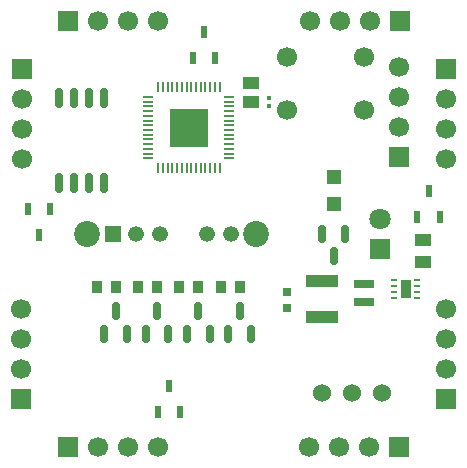
<source format=gbr>
%TF.GenerationSoftware,KiCad,Pcbnew,9.0.6*%
%TF.CreationDate,2025-12-07T19:24:30-08:00*%
%TF.ProjectId,redstone_repeater,72656473-746f-46e6-955f-726570656174,rev?*%
%TF.SameCoordinates,Original*%
%TF.FileFunction,Soldermask,Top*%
%TF.FilePolarity,Negative*%
%FSLAX46Y46*%
G04 Gerber Fmt 4.6, Leading zero omitted, Abs format (unit mm)*
G04 Created by KiCad (PCBNEW 9.0.6) date 2025-12-07 19:24:30*
%MOMM*%
%LPD*%
G01*
G04 APERTURE LIST*
G04 Aperture macros list*
%AMRoundRect*
0 Rectangle with rounded corners*
0 $1 Rounding radius*
0 $2 $3 $4 $5 $6 $7 $8 $9 X,Y pos of 4 corners*
0 Add a 4 corners polygon primitive as box body*
4,1,4,$2,$3,$4,$5,$6,$7,$8,$9,$2,$3,0*
0 Add four circle primitives for the rounded corners*
1,1,$1+$1,$2,$3*
1,1,$1+$1,$4,$5*
1,1,$1+$1,$6,$7*
1,1,$1+$1,$8,$9*
0 Add four rect primitives between the rounded corners*
20,1,$1+$1,$2,$3,$4,$5,0*
20,1,$1+$1,$4,$5,$6,$7,0*
20,1,$1+$1,$6,$7,$8,$9,0*
20,1,$1+$1,$8,$9,$2,$3,0*%
G04 Aperture macros list end*
%ADD10C,1.524000*%
%ADD11RoundRect,0.150000X0.150000X-0.587500X0.150000X0.587500X-0.150000X0.587500X-0.150000X-0.587500X0*%
%ADD12R,0.950000X1.000000*%
%ADD13RoundRect,0.150000X-0.150000X0.587500X-0.150000X-0.587500X0.150000X-0.587500X0.150000X0.587500X0*%
%ADD14C,1.700000*%
%ADD15R,1.337000X1.337000*%
%ADD16C,1.337000*%
%ADD17C,2.190000*%
%ADD18RoundRect,0.062500X0.187500X0.062500X-0.187500X0.062500X-0.187500X-0.062500X0.187500X-0.062500X0*%
%ADD19R,0.900000X1.600000*%
%ADD20R,1.700000X1.700000*%
%ADD21R,0.420000X0.460000*%
%ADD22R,1.800000X0.800000*%
%ADD23R,0.600000X1.100000*%
%ADD24R,0.700000X0.650000*%
%ADD25R,1.450000X1.000000*%
%ADD26R,2.700000X1.100000*%
%ADD27RoundRect,0.162500X0.162500X-0.650000X0.162500X0.650000X-0.162500X0.650000X-0.162500X-0.650000X0*%
%ADD28RoundRect,0.050000X0.050000X-0.387500X0.050000X0.387500X-0.050000X0.387500X-0.050000X-0.387500X0*%
%ADD29RoundRect,0.050000X0.387500X-0.050000X0.387500X0.050000X-0.387500X0.050000X-0.387500X-0.050000X0*%
%ADD30R,3.200000X3.200000*%
%ADD31R,1.470000X1.020000*%
%ADD32R,1.800000X1.800000*%
%ADD33C,1.800000*%
%ADD34R,1.250000X1.150000*%
G04 APERTURE END LIST*
D10*
%TO.C,U2*%
X192580000Y-68500000D03*
X190040000Y-68500000D03*
X187500000Y-68500000D03*
%TD*%
D11*
%TO.C,Q4*%
X179550000Y-63437500D03*
X181450000Y-63437500D03*
X180500000Y-61562500D03*
%TD*%
D12*
%TO.C,D3*%
X177000000Y-59500000D03*
X175400000Y-59500000D03*
%TD*%
D13*
%TO.C,Q5*%
X189400000Y-55000000D03*
X187500000Y-55000000D03*
X188450000Y-56875000D03*
%TD*%
D14*
%TO.C,SW1*%
X184500000Y-40000000D03*
X191000000Y-40000000D03*
X184500000Y-44500000D03*
X191000000Y-44500000D03*
%TD*%
D15*
%TO.C,S1*%
X169753508Y-55000000D03*
D16*
X171753508Y-55000000D03*
X173753508Y-55000000D03*
X177753508Y-55000000D03*
X179753508Y-55000000D03*
D17*
X167603508Y-55000000D03*
X181903508Y-55000000D03*
%TD*%
D18*
%TO.C,U3*%
X195500000Y-60413863D03*
X195500000Y-59913863D03*
X195500000Y-59413863D03*
X195500000Y-58913863D03*
X193600000Y-58913863D03*
X193600000Y-59413863D03*
X193600000Y-59913863D03*
X193600000Y-60413863D03*
D19*
X194550000Y-59663863D03*
%TD*%
D20*
%TO.C,J9*%
X194000000Y-48500000D03*
D14*
X194000000Y-45960000D03*
X194000000Y-43420000D03*
X194000000Y-40880000D03*
%TD*%
D21*
%TO.C,C7*%
X183000000Y-44160000D03*
X183000000Y-43500000D03*
%TD*%
D20*
%TO.C,J8*%
X162000000Y-69000000D03*
D14*
X162000000Y-66460000D03*
X162000000Y-63920000D03*
X162000000Y-61380000D03*
%TD*%
D12*
%TO.C,D4*%
X180500000Y-59500000D03*
X178900000Y-59500000D03*
%TD*%
D20*
%TO.C,J4*%
X197975000Y-69000000D03*
D14*
X197975000Y-66460000D03*
X197975000Y-63920000D03*
X197975000Y-61380000D03*
%TD*%
D22*
%TO.C,L1*%
X191000000Y-59200000D03*
X191000000Y-60800000D03*
%TD*%
D23*
%TO.C,D18*%
X195550000Y-53550000D03*
X197450000Y-53550000D03*
X196500000Y-51350000D03*
%TD*%
D12*
%TO.C,D1*%
X170000000Y-59500000D03*
X168400000Y-59500000D03*
%TD*%
D11*
%TO.C,Q1*%
X169050000Y-63437500D03*
X170950000Y-63437500D03*
X170000000Y-61562500D03*
%TD*%
D20*
%TO.C,J1*%
X165975000Y-37000000D03*
D14*
X168515000Y-37000000D03*
X171055000Y-37000000D03*
X173595000Y-37000000D03*
%TD*%
D24*
%TO.C,C5*%
X184500000Y-59913863D03*
X184500000Y-61263863D03*
%TD*%
D25*
%TO.C,R10*%
X196000000Y-57400000D03*
X196000000Y-55500000D03*
%TD*%
D26*
%TO.C,R17*%
X187500000Y-59000000D03*
X187500000Y-62000000D03*
%TD*%
D20*
%TO.C,J2*%
X194095000Y-37000000D03*
D14*
X191555000Y-37000000D03*
X189015000Y-37000000D03*
X186475000Y-37000000D03*
%TD*%
D23*
%TO.C,D21*%
X164450000Y-52900000D03*
X162550000Y-52900000D03*
X163500000Y-55100000D03*
%TD*%
D12*
%TO.C,D2*%
X173500000Y-59500000D03*
X171900000Y-59500000D03*
%TD*%
D11*
%TO.C,Q2*%
X172550000Y-63437500D03*
X174450000Y-63437500D03*
X173500000Y-61562500D03*
%TD*%
D27*
%TO.C,U5*%
X165194999Y-50650000D03*
X166464999Y-50650000D03*
X167734999Y-50650000D03*
X169004999Y-50650000D03*
X169004999Y-43475000D03*
X167734999Y-43475000D03*
X166464999Y-43475000D03*
X165194999Y-43475000D03*
%TD*%
D20*
%TO.C,J6*%
X193975000Y-73025000D03*
D14*
X191435000Y-73025000D03*
X188895000Y-73025000D03*
X186355000Y-73025000D03*
%TD*%
D28*
%TO.C,U1*%
X173600000Y-49437500D03*
X174000001Y-49437500D03*
X174400000Y-49437500D03*
X174800000Y-49437500D03*
X175200000Y-49437500D03*
X175599999Y-49437500D03*
X176000000Y-49437500D03*
X176400000Y-49437500D03*
X176800001Y-49437500D03*
X177200000Y-49437500D03*
X177600000Y-49437500D03*
X178000000Y-49437500D03*
X178399999Y-49437500D03*
X178800000Y-49437500D03*
D29*
X179637500Y-48600000D03*
X179637500Y-48199999D03*
X179637500Y-47800000D03*
X179637500Y-47400000D03*
X179637500Y-47000000D03*
X179637500Y-46600001D03*
X179637500Y-46200000D03*
X179637500Y-45800000D03*
X179637500Y-45399999D03*
X179637500Y-45000000D03*
X179637500Y-44600000D03*
X179637500Y-44200000D03*
X179637500Y-43800001D03*
X179637500Y-43400000D03*
D28*
X178800000Y-42562500D03*
X178399999Y-42562500D03*
X178000000Y-42562500D03*
X177600000Y-42562500D03*
X177200000Y-42562500D03*
X176800001Y-42562500D03*
X176400000Y-42562500D03*
X176000000Y-42562500D03*
X175599999Y-42562500D03*
X175200000Y-42562500D03*
X174800000Y-42562500D03*
X174400000Y-42562500D03*
X174000001Y-42562500D03*
X173600000Y-42562500D03*
D29*
X172762500Y-43400000D03*
X172762500Y-43800001D03*
X172762500Y-44200000D03*
X172762500Y-44600000D03*
X172762500Y-45000000D03*
X172762500Y-45399999D03*
X172762500Y-45800000D03*
X172762500Y-46200000D03*
X172762500Y-46600001D03*
X172762500Y-47000000D03*
X172762500Y-47400000D03*
X172762500Y-47800000D03*
X172762500Y-48199999D03*
X172762500Y-48600000D03*
D30*
X176200000Y-46000000D03*
%TD*%
D31*
%TO.C,C6*%
X181500000Y-43800000D03*
X181500000Y-42200000D03*
%TD*%
D32*
%TO.C,D5*%
X192403508Y-56270000D03*
D33*
X192403508Y-53730000D03*
%TD*%
D20*
%TO.C,J5*%
X165975000Y-73000000D03*
D14*
X168515000Y-73000000D03*
X171055000Y-73000000D03*
X173595000Y-73000000D03*
%TD*%
D23*
%TO.C,D17*%
X176550000Y-40100000D03*
X178450000Y-40100000D03*
X177500000Y-37900000D03*
%TD*%
%TO.C,D20*%
X173550000Y-70100000D03*
X175450000Y-70100000D03*
X174500000Y-67900000D03*
%TD*%
D20*
%TO.C,J7*%
X162050000Y-41000000D03*
D14*
X162050000Y-43540000D03*
X162050000Y-46080000D03*
X162050000Y-48620000D03*
%TD*%
D11*
%TO.C,Q3*%
X176050000Y-63437500D03*
X177950000Y-63437500D03*
X177000000Y-61562500D03*
%TD*%
D20*
%TO.C,J3*%
X198000000Y-41000000D03*
D14*
X198000000Y-43540000D03*
X198000000Y-46080000D03*
X198000000Y-48620000D03*
%TD*%
D34*
%TO.C,R9*%
X188500000Y-52500000D03*
X188500000Y-50150000D03*
%TD*%
M02*

</source>
